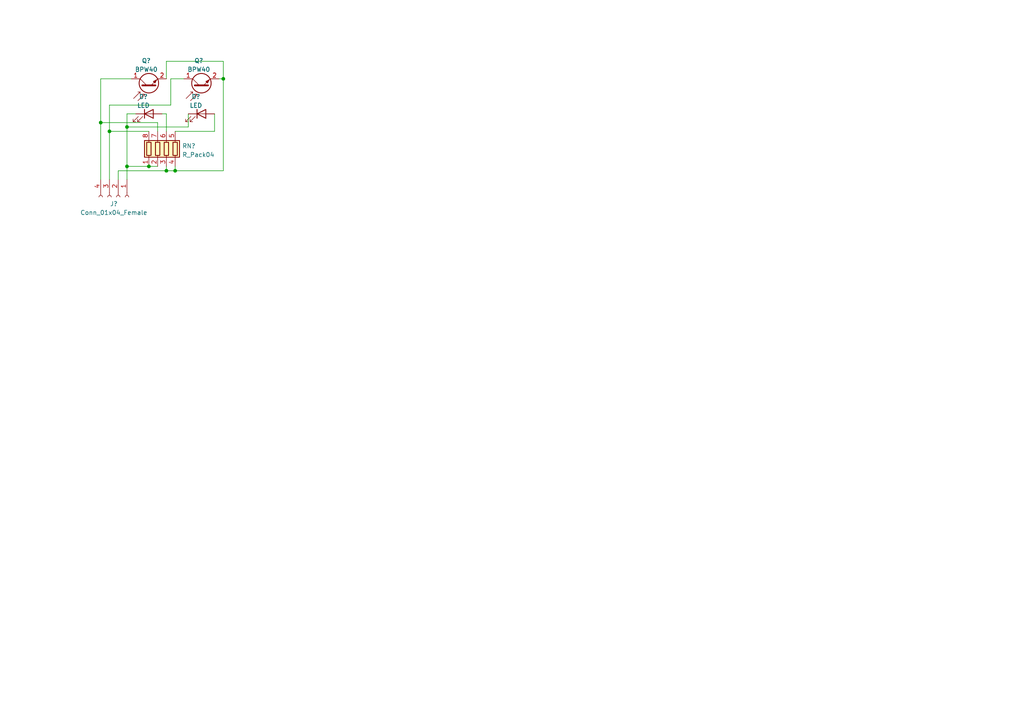
<source format=kicad_sch>
(kicad_sch (version 20211123) (generator eeschema)

  (uuid eaef1172-3351-417c-bfc4-74a598f141cb)

  (paper "A4")

  (lib_symbols
    (symbol "Connector:Conn_01x04_Female" (pin_names (offset 1.016) hide) (in_bom yes) (on_board yes)
      (property "Reference" "J" (id 0) (at 0 5.08 0)
        (effects (font (size 1.27 1.27)))
      )
      (property "Value" "Conn_01x04_Female" (id 1) (at 0 -7.62 0)
        (effects (font (size 1.27 1.27)))
      )
      (property "Footprint" "" (id 2) (at 0 0 0)
        (effects (font (size 1.27 1.27)) hide)
      )
      (property "Datasheet" "~" (id 3) (at 0 0 0)
        (effects (font (size 1.27 1.27)) hide)
      )
      (property "ki_keywords" "connector" (id 4) (at 0 0 0)
        (effects (font (size 1.27 1.27)) hide)
      )
      (property "ki_description" "Generic connector, single row, 01x04, script generated (kicad-library-utils/schlib/autogen/connector/)" (id 5) (at 0 0 0)
        (effects (font (size 1.27 1.27)) hide)
      )
      (property "ki_fp_filters" "Connector*:*_1x??_*" (id 6) (at 0 0 0)
        (effects (font (size 1.27 1.27)) hide)
      )
      (symbol "Conn_01x04_Female_1_1"
        (arc (start 0 -4.572) (mid -0.508 -5.08) (end 0 -5.588)
          (stroke (width 0.1524) (type default) (color 0 0 0 0))
          (fill (type none))
        )
        (arc (start 0 -2.032) (mid -0.508 -2.54) (end 0 -3.048)
          (stroke (width 0.1524) (type default) (color 0 0 0 0))
          (fill (type none))
        )
        (polyline
          (pts
            (xy -1.27 -5.08)
            (xy -0.508 -5.08)
          )
          (stroke (width 0.1524) (type default) (color 0 0 0 0))
          (fill (type none))
        )
        (polyline
          (pts
            (xy -1.27 -2.54)
            (xy -0.508 -2.54)
          )
          (stroke (width 0.1524) (type default) (color 0 0 0 0))
          (fill (type none))
        )
        (polyline
          (pts
            (xy -1.27 0)
            (xy -0.508 0)
          )
          (stroke (width 0.1524) (type default) (color 0 0 0 0))
          (fill (type none))
        )
        (polyline
          (pts
            (xy -1.27 2.54)
            (xy -0.508 2.54)
          )
          (stroke (width 0.1524) (type default) (color 0 0 0 0))
          (fill (type none))
        )
        (arc (start 0 0.508) (mid -0.508 0) (end 0 -0.508)
          (stroke (width 0.1524) (type default) (color 0 0 0 0))
          (fill (type none))
        )
        (arc (start 0 3.048) (mid -0.508 2.54) (end 0 2.032)
          (stroke (width 0.1524) (type default) (color 0 0 0 0))
          (fill (type none))
        )
        (pin passive line (at -5.08 2.54 0) (length 3.81)
          (name "Pin_1" (effects (font (size 1.27 1.27))))
          (number "1" (effects (font (size 1.27 1.27))))
        )
        (pin passive line (at -5.08 0 0) (length 3.81)
          (name "Pin_2" (effects (font (size 1.27 1.27))))
          (number "2" (effects (font (size 1.27 1.27))))
        )
        (pin passive line (at -5.08 -2.54 0) (length 3.81)
          (name "Pin_3" (effects (font (size 1.27 1.27))))
          (number "3" (effects (font (size 1.27 1.27))))
        )
        (pin passive line (at -5.08 -5.08 0) (length 3.81)
          (name "Pin_4" (effects (font (size 1.27 1.27))))
          (number "4" (effects (font (size 1.27 1.27))))
        )
      )
    )
    (symbol "Device:LED" (pin_numbers hide) (pin_names (offset 1.016) hide) (in_bom yes) (on_board yes)
      (property "Reference" "D" (id 0) (at 0 2.54 0)
        (effects (font (size 1.27 1.27)))
      )
      (property "Value" "LED" (id 1) (at 0 -2.54 0)
        (effects (font (size 1.27 1.27)))
      )
      (property "Footprint" "" (id 2) (at 0 0 0)
        (effects (font (size 1.27 1.27)) hide)
      )
      (property "Datasheet" "~" (id 3) (at 0 0 0)
        (effects (font (size 1.27 1.27)) hide)
      )
      (property "ki_keywords" "LED diode" (id 4) (at 0 0 0)
        (effects (font (size 1.27 1.27)) hide)
      )
      (property "ki_description" "Light emitting diode" (id 5) (at 0 0 0)
        (effects (font (size 1.27 1.27)) hide)
      )
      (property "ki_fp_filters" "LED* LED_SMD:* LED_THT:*" (id 6) (at 0 0 0)
        (effects (font (size 1.27 1.27)) hide)
      )
      (symbol "LED_0_1"
        (polyline
          (pts
            (xy -1.27 -1.27)
            (xy -1.27 1.27)
          )
          (stroke (width 0.254) (type default) (color 0 0 0 0))
          (fill (type none))
        )
        (polyline
          (pts
            (xy -1.27 0)
            (xy 1.27 0)
          )
          (stroke (width 0) (type default) (color 0 0 0 0))
          (fill (type none))
        )
        (polyline
          (pts
            (xy 1.27 -1.27)
            (xy 1.27 1.27)
            (xy -1.27 0)
            (xy 1.27 -1.27)
          )
          (stroke (width 0.254) (type default) (color 0 0 0 0))
          (fill (type none))
        )
        (polyline
          (pts
            (xy -3.048 -0.762)
            (xy -4.572 -2.286)
            (xy -3.81 -2.286)
            (xy -4.572 -2.286)
            (xy -4.572 -1.524)
          )
          (stroke (width 0) (type default) (color 0 0 0 0))
          (fill (type none))
        )
        (polyline
          (pts
            (xy -1.778 -0.762)
            (xy -3.302 -2.286)
            (xy -2.54 -2.286)
            (xy -3.302 -2.286)
            (xy -3.302 -1.524)
          )
          (stroke (width 0) (type default) (color 0 0 0 0))
          (fill (type none))
        )
      )
      (symbol "LED_1_1"
        (pin passive line (at -3.81 0 0) (length 2.54)
          (name "K" (effects (font (size 1.27 1.27))))
          (number "1" (effects (font (size 1.27 1.27))))
        )
        (pin passive line (at 3.81 0 180) (length 2.54)
          (name "A" (effects (font (size 1.27 1.27))))
          (number "2" (effects (font (size 1.27 1.27))))
        )
      )
    )
    (symbol "Device:R_Pack04" (pin_names (offset 0) hide) (in_bom yes) (on_board yes)
      (property "Reference" "RN" (id 0) (at -7.62 0 90)
        (effects (font (size 1.27 1.27)))
      )
      (property "Value" "R_Pack04" (id 1) (at 5.08 0 90)
        (effects (font (size 1.27 1.27)))
      )
      (property "Footprint" "" (id 2) (at 6.985 0 90)
        (effects (font (size 1.27 1.27)) hide)
      )
      (property "Datasheet" "~" (id 3) (at 0 0 0)
        (effects (font (size 1.27 1.27)) hide)
      )
      (property "ki_keywords" "R network parallel topology isolated" (id 4) (at 0 0 0)
        (effects (font (size 1.27 1.27)) hide)
      )
      (property "ki_description" "4 resistor network, parallel topology" (id 5) (at 0 0 0)
        (effects (font (size 1.27 1.27)) hide)
      )
      (property "ki_fp_filters" "DIP* SOIC* R*Array*Concave* R*Array*Convex*" (id 6) (at 0 0 0)
        (effects (font (size 1.27 1.27)) hide)
      )
      (symbol "R_Pack04_0_1"
        (rectangle (start -6.35 -2.413) (end 3.81 2.413)
          (stroke (width 0.254) (type default) (color 0 0 0 0))
          (fill (type background))
        )
        (rectangle (start -5.715 1.905) (end -4.445 -1.905)
          (stroke (width 0.254) (type default) (color 0 0 0 0))
          (fill (type none))
        )
        (rectangle (start -3.175 1.905) (end -1.905 -1.905)
          (stroke (width 0.254) (type default) (color 0 0 0 0))
          (fill (type none))
        )
        (rectangle (start -0.635 1.905) (end 0.635 -1.905)
          (stroke (width 0.254) (type default) (color 0 0 0 0))
          (fill (type none))
        )
        (polyline
          (pts
            (xy -5.08 -2.54)
            (xy -5.08 -1.905)
          )
          (stroke (width 0) (type default) (color 0 0 0 0))
          (fill (type none))
        )
        (polyline
          (pts
            (xy -5.08 1.905)
            (xy -5.08 2.54)
          )
          (stroke (width 0) (type default) (color 0 0 0 0))
          (fill (type none))
        )
        (polyline
          (pts
            (xy -2.54 -2.54)
            (xy -2.54 -1.905)
          )
          (stroke (width 0) (type default) (color 0 0 0 0))
          (fill (type none))
        )
        (polyline
          (pts
            (xy -2.54 1.905)
            (xy -2.54 2.54)
          )
          (stroke (width 0) (type default) (color 0 0 0 0))
          (fill (type none))
        )
        (polyline
          (pts
            (xy 0 -2.54)
            (xy 0 -1.905)
          )
          (stroke (width 0) (type default) (color 0 0 0 0))
          (fill (type none))
        )
        (polyline
          (pts
            (xy 0 1.905)
            (xy 0 2.54)
          )
          (stroke (width 0) (type default) (color 0 0 0 0))
          (fill (type none))
        )
        (polyline
          (pts
            (xy 2.54 -2.54)
            (xy 2.54 -1.905)
          )
          (stroke (width 0) (type default) (color 0 0 0 0))
          (fill (type none))
        )
        (polyline
          (pts
            (xy 2.54 1.905)
            (xy 2.54 2.54)
          )
          (stroke (width 0) (type default) (color 0 0 0 0))
          (fill (type none))
        )
        (rectangle (start 1.905 1.905) (end 3.175 -1.905)
          (stroke (width 0.254) (type default) (color 0 0 0 0))
          (fill (type none))
        )
      )
      (symbol "R_Pack04_1_1"
        (pin passive line (at -5.08 -5.08 90) (length 2.54)
          (name "R1.1" (effects (font (size 1.27 1.27))))
          (number "1" (effects (font (size 1.27 1.27))))
        )
        (pin passive line (at -2.54 -5.08 90) (length 2.54)
          (name "R2.1" (effects (font (size 1.27 1.27))))
          (number "2" (effects (font (size 1.27 1.27))))
        )
        (pin passive line (at 0 -5.08 90) (length 2.54)
          (name "R3.1" (effects (font (size 1.27 1.27))))
          (number "3" (effects (font (size 1.27 1.27))))
        )
        (pin passive line (at 2.54 -5.08 90) (length 2.54)
          (name "R4.1" (effects (font (size 1.27 1.27))))
          (number "4" (effects (font (size 1.27 1.27))))
        )
        (pin passive line (at 2.54 5.08 270) (length 2.54)
          (name "R4.2" (effects (font (size 1.27 1.27))))
          (number "5" (effects (font (size 1.27 1.27))))
        )
        (pin passive line (at 0 5.08 270) (length 2.54)
          (name "R3.2" (effects (font (size 1.27 1.27))))
          (number "6" (effects (font (size 1.27 1.27))))
        )
        (pin passive line (at -2.54 5.08 270) (length 2.54)
          (name "R2.2" (effects (font (size 1.27 1.27))))
          (number "7" (effects (font (size 1.27 1.27))))
        )
        (pin passive line (at -5.08 5.08 270) (length 2.54)
          (name "R1.2" (effects (font (size 1.27 1.27))))
          (number "8" (effects (font (size 1.27 1.27))))
        )
      )
    )
    (symbol "Sensor_Optical:BPW40" (pin_names (offset 0) hide) (in_bom yes) (on_board yes)
      (property "Reference" "Q" (id 0) (at 5.08 1.27 0)
        (effects (font (size 1.27 1.27)) (justify left))
      )
      (property "Value" "BPW40" (id 1) (at 5.08 -1.27 0)
        (effects (font (size 1.27 1.27)) (justify left))
      )
      (property "Footprint" "LED_THT:LED_D5.0mm_Clear" (id 2) (at 12.192 -3.556 0)
        (effects (font (size 1.27 1.27)) hide)
      )
      (property "Datasheet" "https://www.rcscomponents.kiev.ua/datasheets/bpw40.pdf" (id 3) (at 0 0 0)
        (effects (font (size 1.27 1.27)) hide)
      )
      (property "ki_keywords" "npn phototransistor" (id 4) (at 0 0 0)
        (effects (font (size 1.27 1.27)) hide)
      )
      (property "ki_description" "Phototransistor NPN" (id 5) (at 0 0 0)
        (effects (font (size 1.27 1.27)) hide)
      )
      (property "ki_fp_filters" "LED*D5.0mm*Clear*" (id 6) (at 0 0 0)
        (effects (font (size 1.27 1.27)) hide)
      )
      (symbol "BPW40_0_1"
        (polyline
          (pts
            (xy -1.905 1.27)
            (xy -2.54 1.27)
          )
          (stroke (width 0) (type default) (color 0 0 0 0))
          (fill (type none))
        )
        (polyline
          (pts
            (xy -1.27 2.54)
            (xy -1.905 2.54)
          )
          (stroke (width 0) (type default) (color 0 0 0 0))
          (fill (type none))
        )
        (polyline
          (pts
            (xy 0.635 0.635)
            (xy 2.54 2.54)
          )
          (stroke (width 0) (type default) (color 0 0 0 0))
          (fill (type none))
        )
        (polyline
          (pts
            (xy -3.81 3.175)
            (xy -1.905 1.27)
            (xy -1.905 1.905)
          )
          (stroke (width 0) (type default) (color 0 0 0 0))
          (fill (type none))
        )
        (polyline
          (pts
            (xy -3.175 4.445)
            (xy -1.27 2.54)
            (xy -1.27 3.175)
          )
          (stroke (width 0) (type default) (color 0 0 0 0))
          (fill (type none))
        )
        (polyline
          (pts
            (xy 0.635 -0.635)
            (xy 2.54 -2.54)
            (xy 2.54 -2.54)
          )
          (stroke (width 0) (type default) (color 0 0 0 0))
          (fill (type none))
        )
        (polyline
          (pts
            (xy 0.635 1.905)
            (xy 0.635 -1.905)
            (xy 0.635 -1.905)
          )
          (stroke (width 0.508) (type default) (color 0 0 0 0))
          (fill (type none))
        )
        (polyline
          (pts
            (xy 1.27 -1.778)
            (xy 1.778 -1.27)
            (xy 2.286 -2.286)
            (xy 1.27 -1.778)
            (xy 1.27 -1.778)
          )
          (stroke (width 0) (type default) (color 0 0 0 0))
          (fill (type outline))
        )
        (circle (center 1.27 0) (radius 2.8194)
          (stroke (width 0.254) (type default) (color 0 0 0 0))
          (fill (type none))
        )
      )
      (symbol "BPW40_1_1"
        (pin passive line (at 2.54 5.08 270) (length 2.54)
          (name "C" (effects (font (size 1.27 1.27))))
          (number "1" (effects (font (size 1.27 1.27))))
        )
        (pin passive line (at 2.54 -5.08 90) (length 2.54)
          (name "E" (effects (font (size 1.27 1.27))))
          (number "2" (effects (font (size 1.27 1.27))))
        )
      )
    )
  )

  (junction (at 36.83 36.83) (diameter 0) (color 0 0 0 0)
    (uuid 27be32e4-1a49-4f98-a8e3-c215aec54f1f)
  )
  (junction (at 48.26 49.53) (diameter 0) (color 0 0 0 0)
    (uuid 343b5ac3-f32c-4783-9129-b0dfe211dcdc)
  )
  (junction (at 64.77 22.86) (diameter 0) (color 0 0 0 0)
    (uuid 3a0cf684-9314-4fb6-9ddc-2a63ae12e48c)
  )
  (junction (at 43.18 48.26) (diameter 0) (color 0 0 0 0)
    (uuid 74ad1173-7134-40d0-8d2d-fc8a233d985e)
  )
  (junction (at 36.83 48.26) (diameter 0) (color 0 0 0 0)
    (uuid 8aadb536-0912-41b6-8947-16dafe2b9123)
  )
  (junction (at 31.75 38.1) (diameter 0) (color 0 0 0 0)
    (uuid b5293323-cc98-4247-bd84-2ae2836629b4)
  )
  (junction (at 50.8 49.53) (diameter 0) (color 0 0 0 0)
    (uuid b88bdc59-2f20-4aae-ba24-1f1603f336de)
  )
  (junction (at 29.21 35.56) (diameter 0) (color 0 0 0 0)
    (uuid d9a5c38c-e067-4d81-862b-eda83adedb52)
  )

  (wire (pts (xy 45.72 38.1) (xy 45.72 35.56))
    (stroke (width 0) (type default) (color 0 0 0 0))
    (uuid 0126f4a3-1d01-4531-b6c5-da13c283f3b9)
  )
  (wire (pts (xy 48.26 49.53) (xy 50.8 49.53))
    (stroke (width 0) (type default) (color 0 0 0 0))
    (uuid 06a14ff3-8f98-4975-a6ff-2c27e2154e34)
  )
  (wire (pts (xy 48.26 33.02) (xy 46.99 33.02))
    (stroke (width 0) (type default) (color 0 0 0 0))
    (uuid 082b612d-2c38-4b1d-b289-5af2c2c73a19)
  )
  (wire (pts (xy 36.83 36.83) (xy 36.83 33.02))
    (stroke (width 0) (type default) (color 0 0 0 0))
    (uuid 08d19b9d-5521-48a4-a6b0-575c9063113d)
  )
  (wire (pts (xy 36.83 36.83) (xy 54.61 36.83))
    (stroke (width 0) (type default) (color 0 0 0 0))
    (uuid 1cd33b68-2a44-4da5-9146-87b4c83f6df4)
  )
  (wire (pts (xy 50.8 49.53) (xy 64.77 49.53))
    (stroke (width 0) (type default) (color 0 0 0 0))
    (uuid 2aae9316-0822-4f91-8cdf-b5efb5e3e17e)
  )
  (wire (pts (xy 49.53 22.86) (xy 49.53 30.48))
    (stroke (width 0) (type default) (color 0 0 0 0))
    (uuid 2f70e6cd-e943-4408-b9d6-61a32eadb665)
  )
  (wire (pts (xy 54.61 33.02) (xy 54.61 36.83))
    (stroke (width 0) (type default) (color 0 0 0 0))
    (uuid 43921d45-068f-4d8a-a2ad-a1289c4d9cee)
  )
  (wire (pts (xy 38.1 22.86) (xy 29.21 22.86))
    (stroke (width 0) (type default) (color 0 0 0 0))
    (uuid 6e022fea-f742-491e-b9d9-909380f7ce5d)
  )
  (wire (pts (xy 62.23 38.1) (xy 62.23 33.02))
    (stroke (width 0) (type default) (color 0 0 0 0))
    (uuid 6efc368a-1c32-443f-bca9-245d9d50502c)
  )
  (wire (pts (xy 31.75 30.48) (xy 31.75 38.1))
    (stroke (width 0) (type default) (color 0 0 0 0))
    (uuid 7303758d-6c4b-44ae-b4c0-11c673c9c76e)
  )
  (wire (pts (xy 36.83 52.07) (xy 36.83 48.26))
    (stroke (width 0) (type default) (color 0 0 0 0))
    (uuid 74866700-51d0-4248-b8ed-f07f7d2d01d0)
  )
  (wire (pts (xy 29.21 35.56) (xy 45.72 35.56))
    (stroke (width 0) (type default) (color 0 0 0 0))
    (uuid 79d0d224-aee1-447b-8c6f-db48c4995cfb)
  )
  (wire (pts (xy 64.77 49.53) (xy 64.77 22.86))
    (stroke (width 0) (type default) (color 0 0 0 0))
    (uuid 8a69f3f7-6dbb-4a60-83f7-41c0ef907eb3)
  )
  (wire (pts (xy 48.26 17.78) (xy 48.26 22.86))
    (stroke (width 0) (type default) (color 0 0 0 0))
    (uuid 920ebe50-8779-41e0-820b-9ebd823005e2)
  )
  (wire (pts (xy 50.8 49.53) (xy 50.8 48.26))
    (stroke (width 0) (type default) (color 0 0 0 0))
    (uuid 959e4507-1a4e-464d-98d6-76e35f321715)
  )
  (wire (pts (xy 53.34 22.86) (xy 49.53 22.86))
    (stroke (width 0) (type default) (color 0 0 0 0))
    (uuid a0f70ff1-9a01-44cb-bb0c-bacd917f805d)
  )
  (wire (pts (xy 36.83 48.26) (xy 43.18 48.26))
    (stroke (width 0) (type default) (color 0 0 0 0))
    (uuid a3484484-a270-41e3-bad9-1296fd164a7a)
  )
  (wire (pts (xy 36.83 33.02) (xy 39.37 33.02))
    (stroke (width 0) (type default) (color 0 0 0 0))
    (uuid a3a49e48-f42f-40ff-80ac-4e855ebbd6c1)
  )
  (wire (pts (xy 64.77 22.86) (xy 63.5 22.86))
    (stroke (width 0) (type default) (color 0 0 0 0))
    (uuid a7995b6f-4dd7-4127-b313-b0321804b152)
  )
  (wire (pts (xy 36.83 48.26) (xy 36.83 36.83))
    (stroke (width 0) (type default) (color 0 0 0 0))
    (uuid ad5705eb-63b0-42c0-b64f-4411defcdf1d)
  )
  (wire (pts (xy 34.29 52.07) (xy 34.29 49.53))
    (stroke (width 0) (type default) (color 0 0 0 0))
    (uuid b8f5104e-bf28-4c2c-8bbd-3000ed3cc70b)
  )
  (wire (pts (xy 43.18 48.26) (xy 45.72 48.26))
    (stroke (width 0) (type default) (color 0 0 0 0))
    (uuid c13c8aab-3734-4a53-a0b6-c9ca16e10550)
  )
  (wire (pts (xy 64.77 17.78) (xy 48.26 17.78))
    (stroke (width 0) (type default) (color 0 0 0 0))
    (uuid d3b9be8e-63b3-4592-a537-0d7bb5e36a10)
  )
  (wire (pts (xy 48.26 48.26) (xy 48.26 49.53))
    (stroke (width 0) (type default) (color 0 0 0 0))
    (uuid d76500dd-d634-4617-a6c1-c14a9b0b34c9)
  )
  (wire (pts (xy 31.75 38.1) (xy 43.18 38.1))
    (stroke (width 0) (type default) (color 0 0 0 0))
    (uuid d856b382-d4a6-44e6-b60d-fee7f2f41193)
  )
  (wire (pts (xy 34.29 49.53) (xy 48.26 49.53))
    (stroke (width 0) (type default) (color 0 0 0 0))
    (uuid e2569042-5686-437a-a88d-838ec26ff52c)
  )
  (wire (pts (xy 29.21 22.86) (xy 29.21 35.56))
    (stroke (width 0) (type default) (color 0 0 0 0))
    (uuid e3b91a57-2258-4df2-96a5-649790e8bb1d)
  )
  (wire (pts (xy 64.77 22.86) (xy 64.77 17.78))
    (stroke (width 0) (type default) (color 0 0 0 0))
    (uuid e475ec5e-743c-4f94-8e45-64f5638ebc0e)
  )
  (wire (pts (xy 29.21 35.56) (xy 29.21 52.07))
    (stroke (width 0) (type default) (color 0 0 0 0))
    (uuid ea8fca53-0d3f-445e-9882-438f09a90184)
  )
  (wire (pts (xy 50.8 38.1) (xy 62.23 38.1))
    (stroke (width 0) (type default) (color 0 0 0 0))
    (uuid f333d974-b99c-4bf5-abef-09354cacc60c)
  )
  (wire (pts (xy 49.53 30.48) (xy 31.75 30.48))
    (stroke (width 0) (type default) (color 0 0 0 0))
    (uuid f4d96a50-b2e1-487a-9897-555944f03f32)
  )
  (wire (pts (xy 31.75 38.1) (xy 31.75 52.07))
    (stroke (width 0) (type default) (color 0 0 0 0))
    (uuid f9cd0e90-2ee5-40fc-970a-22b673e5b994)
  )
  (wire (pts (xy 48.26 38.1) (xy 48.26 33.02))
    (stroke (width 0) (type default) (color 0 0 0 0))
    (uuid fa60c2cc-47f9-4cec-ae56-c0f01a2cc300)
  )

  (symbol (lib_id "Device:LED") (at 58.42 33.02 0) (unit 1)
    (in_bom yes) (on_board yes) (fields_autoplaced)
    (uuid 1691cd3d-2130-4a0a-8bbb-ada2e6c9ab9a)
    (property "Reference" "D?" (id 0) (at 56.8325 28.0502 0))
    (property "Value" "LED" (id 1) (at 56.8325 30.5871 0))
    (property "Footprint" "" (id 2) (at 58.42 33.02 0)
      (effects (font (size 1.27 1.27)) hide)
    )
    (property "Datasheet" "~" (id 3) (at 58.42 33.02 0)
      (effects (font (size 1.27 1.27)) hide)
    )
    (pin "1" (uuid 86c7d8f2-1ff5-445f-814d-34b4119c8e50))
    (pin "2" (uuid defc9667-776e-400f-a63f-ed26c39bdb30))
  )

  (symbol (lib_id "Device:R_Pack04") (at 48.26 43.18 0) (unit 1)
    (in_bom yes) (on_board yes) (fields_autoplaced)
    (uuid 50613ac1-50d8-41b2-be0d-eeac7e93c1bf)
    (property "Reference" "RN?" (id 0) (at 52.832 42.3453 0)
      (effects (font (size 1.27 1.27)) (justify left))
    )
    (property "Value" "" (id 1) (at 52.832 44.8822 0)
      (effects (font (size 1.27 1.27)) (justify left))
    )
    (property "Footprint" "" (id 2) (at 55.245 43.18 90)
      (effects (font (size 1.27 1.27)) hide)
    )
    (property "Datasheet" "~" (id 3) (at 48.26 43.18 0)
      (effects (font (size 1.27 1.27)) hide)
    )
    (pin "1" (uuid 0967eaf7-3e4f-4a2f-9d90-7cb2691f23b6))
    (pin "2" (uuid d7a258e2-d08c-4fd4-b61c-45edb53abc36))
    (pin "3" (uuid 9389fcf1-09bd-481d-a4ef-9384a42d56e2))
    (pin "4" (uuid 96139d2d-c1bd-4d47-a0e0-6cd2e2c10003))
    (pin "5" (uuid a84d850c-55c4-4dbc-a068-1021420b8e3b))
    (pin "6" (uuid d7a292ee-143d-4a40-b486-e947e1002c69))
    (pin "7" (uuid 1b43b0f1-3603-4533-b8c5-30aff6cc5ebb))
    (pin "8" (uuid 1beb94ac-0980-4446-a15a-6f6028c2875b))
  )

  (symbol (lib_id "Connector:Conn_01x04_Female") (at 34.29 57.15 270) (unit 1)
    (in_bom yes) (on_board yes) (fields_autoplaced)
    (uuid 6f5f2808-7569-4f25-a31d-4cad79f12aa5)
    (property "Reference" "J?" (id 0) (at 33.02 59.1296 90))
    (property "Value" "" (id 1) (at 33.02 61.6665 90))
    (property "Footprint" "" (id 2) (at 34.29 57.15 0)
      (effects (font (size 1.27 1.27)) hide)
    )
    (property "Datasheet" "~" (id 3) (at 34.29 57.15 0)
      (effects (font (size 1.27 1.27)) hide)
    )
    (pin "1" (uuid 67d3073d-728e-4b1f-baea-18126e875c69))
    (pin "2" (uuid ce23cc72-5707-44ff-8a4f-1512c28ca602))
    (pin "3" (uuid 56086fe7-0902-4658-b0a4-79735d2ffe07))
    (pin "4" (uuid 05c22087-f0be-4bf7-8f3e-adf8b92618f3))
  )

  (symbol (lib_id "Sensor_Optical:BPW40") (at 43.18 25.4 90) (unit 1)
    (in_bom yes) (on_board yes) (fields_autoplaced)
    (uuid 73fd78b9-9aa5-40d0-adab-1e5886c90dd7)
    (property "Reference" "Q?" (id 0) (at 42.4307 17.6108 90))
    (property "Value" "" (id 1) (at 42.4307 20.1477 90))
    (property "Footprint" "" (id 2) (at 46.736 13.208 0)
      (effects (font (size 1.27 1.27)) hide)
    )
    (property "Datasheet" "https://www.rcscomponents.kiev.ua/datasheets/bpw40.pdf" (id 3) (at 43.18 25.4 0)
      (effects (font (size 1.27 1.27)) hide)
    )
    (pin "1" (uuid f16972fb-4b2b-49d7-8715-9f31f5431405))
    (pin "2" (uuid 937928d4-4dfb-4f2f-91d0-697ec54ac283))
  )

  (symbol (lib_id "Sensor_Optical:BPW40") (at 58.42 25.4 90) (unit 1)
    (in_bom yes) (on_board yes) (fields_autoplaced)
    (uuid a5478fe5-8f8e-44dd-8c12-edd92bab385c)
    (property "Reference" "Q?" (id 0) (at 57.6707 17.6108 90))
    (property "Value" "BPW40" (id 1) (at 57.6707 20.1477 90))
    (property "Footprint" "LED_THT:LED_D5.0mm_Clear" (id 2) (at 61.976 13.208 0)
      (effects (font (size 1.27 1.27)) hide)
    )
    (property "Datasheet" "https://www.rcscomponents.kiev.ua/datasheets/bpw40.pdf" (id 3) (at 58.42 25.4 0)
      (effects (font (size 1.27 1.27)) hide)
    )
    (pin "1" (uuid 0a3c7f25-f1d3-4a86-9224-7440d64a87e8))
    (pin "2" (uuid c6b81ec9-abc1-4982-911f-45741fee2d12))
  )

  (symbol (lib_id "Device:LED") (at 43.18 33.02 0) (unit 1)
    (in_bom yes) (on_board yes) (fields_autoplaced)
    (uuid d6359131-a990-459a-850e-6c100e2b0fca)
    (property "Reference" "D?" (id 0) (at 41.5925 28.0502 0))
    (property "Value" "" (id 1) (at 41.5925 30.5871 0))
    (property "Footprint" "" (id 2) (at 43.18 33.02 0)
      (effects (font (size 1.27 1.27)) hide)
    )
    (property "Datasheet" "~" (id 3) (at 43.18 33.02 0)
      (effects (font (size 1.27 1.27)) hide)
    )
    (pin "1" (uuid 68617ba5-42bf-490f-8799-0863bd897117))
    (pin "2" (uuid a8d0f58f-0f06-444b-8a1a-c732d79b81a2))
  )

  (sheet_instances
    (path "/" (page "1"))
  )

  (symbol_instances
    (path "/1691cd3d-2130-4a0a-8bbb-ada2e6c9ab9a"
      (reference "D?") (unit 1) (value "LED") (footprint "")
    )
    (path "/d6359131-a990-459a-850e-6c100e2b0fca"
      (reference "D?") (unit 1) (value "LED") (footprint "")
    )
    (path "/6f5f2808-7569-4f25-a31d-4cad79f12aa5"
      (reference "J?") (unit 1) (value "Conn_01x04_Female") (footprint "")
    )
    (path "/73fd78b9-9aa5-40d0-adab-1e5886c90dd7"
      (reference "Q?") (unit 1) (value "BPW40") (footprint "LED_THT:LED_D5.0mm_Clear")
    )
    (path "/a5478fe5-8f8e-44dd-8c12-edd92bab385c"
      (reference "Q?") (unit 1) (value "BPW40") (footprint "LED_THT:LED_D5.0mm_Clear")
    )
    (path "/50613ac1-50d8-41b2-be0d-eeac7e93c1bf"
      (reference "RN?") (unit 1) (value "R_Pack04") (footprint "")
    )
  )
)

</source>
